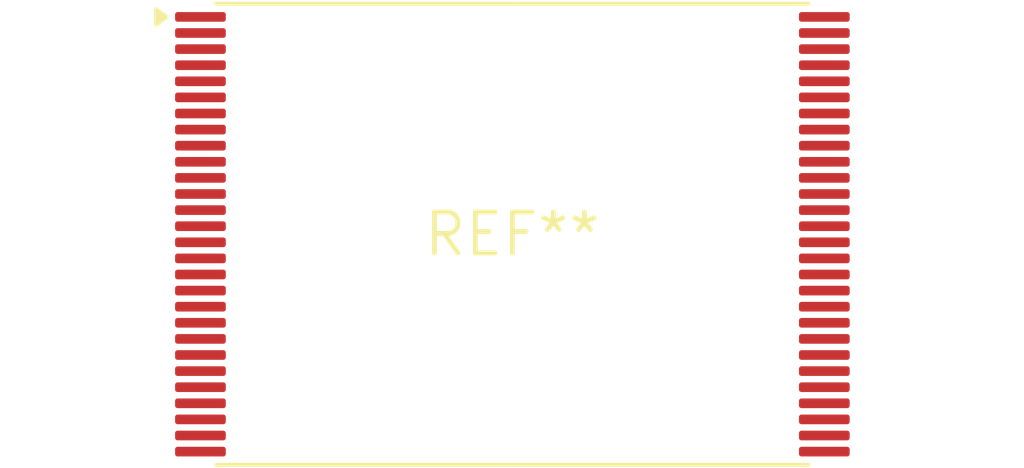
<source format=kicad_pcb>
(kicad_pcb (version 20240108) (generator pcbnew)
  (layers (0 "F.Cu" signal) (31 "B.Cu" signal) (34 "B.Paste" user) (35 "F.Paste" user) (36 "B.SilkS" user "B.Silkscreen") (37 "F.SilkS" user "F.Silkscreen") (38 "B.Mask" user) (39 "F.Mask" user) (44 "Edge.Cuts" user))
  (net 0 "")
  (footprint "TSOP-I-56_18.4x14mm_P0.5mm" (layer "F.Cu") (at 0 0)
    (property "Reference" "REF**")
    (property "Value" "TSOP-I-56_18.4x14mm_P0.5mm")
    (fp_line (start 0 -7.16) (end -9.2 -7.16) (layer "F.SilkS") (stroke (width 0.12)))
    (fp_line (start 0 -7.16) (end 9.2 -7.16) (layer "F.SilkS") (stroke (width 0.12)))
    (fp_line (start 0 7.16) (end -9.2 7.16) (layer "F.SilkS") (stroke (width 0.12)))
    (fp_line (start 0 7.16) (end 9.2 7.16) (layer "F.SilkS") (stroke (width 0.12)))
    (fp_poly (pts (xy -10.735 -6.75) (xy -11.065 -6.99) (xy -11.065 -6.51) (xy -10.735 -6.75)) (layer "F.SilkS") (stroke (width 0.12)) (fill solid))
    (pad "1" smd roundrect (at -9.6875 -6.75) (size 1.575 0.3) (layers "F.Cu" "F.Paste" "F.Mask"))
    (pad "2" smd roundrect (at -9.6875 -6.25) (size 1.575 0.3) (layers "F.Cu" "F.Paste" "F.Mask"))
    (pad "3" smd roundrect (at -9.6875 -5.75) (size 1.575 0.3) (layers "F.Cu" "F.Paste" "F.Mask"))
    (pad "4" smd roundrect (at -9.6875 -5.25) (size 1.575 0.3) (layers "F.Cu" "F.Paste" "F.Mask"))
    (pad "5" smd roundrect (at -9.6875 -4.75) (size 1.575 0.3) (layers "F.Cu" "F.Paste" "F.Mask"))
    (pad "6" smd roundrect (at -9.6875 -4.25) (size 1.575 0.3) (layers "F.Cu" "F.Paste" "F.Mask"))
    (pad "7" smd roundrect (at -9.6875 -3.75) (size 1.575 0.3) (layers "F.Cu" "F.Paste" "F.Mask"))
    (pad "8" smd roundrect (at -9.6875 -3.25) (size 1.575 0.3) (layers "F.Cu" "F.Paste" "F.Mask"))
    (pad "9" smd roundrect (at -9.6875 -2.75) (size 1.575 0.3) (layers "F.Cu" "F.Paste" "F.Mask"))
    (pad "10" smd roundrect (at -9.6875 -2.25) (size 1.575 0.3) (layers "F.Cu" "F.Paste" "F.Mask"))
    (pad "11" smd roundrect (at -9.6875 -1.75) (size 1.575 0.3) (layers "F.Cu" "F.Paste" "F.Mask"))
    (pad "12" smd roundrect (at -9.6875 -1.25) (size 1.575 0.3) (layers "F.Cu" "F.Paste" "F.Mask"))
    (pad "13" smd roundrect (at -9.6875 -0.75) (size 1.575 0.3) (layers "F.Cu" "F.Paste" "F.Mask"))
    (pad "14" smd roundrect (at -9.6875 -0.25) (size 1.575 0.3) (layers "F.Cu" "F.Paste" "F.Mask"))
    (pad "15" smd roundrect (at -9.6875 0.25) (size 1.575 0.3) (layers "F.Cu" "F.Paste" "F.Mask"))
    (pad "16" smd roundrect (at -9.6875 0.75) (size 1.575 0.3) (layers "F.Cu" "F.Paste" "F.Mask"))
    (pad "17" smd roundrect (at -9.6875 1.25) (size 1.575 0.3) (layers "F.Cu" "F.Paste" "F.Mask"))
    (pad "18" smd roundrect (at -9.6875 1.75) (size 1.575 0.3) (layers "F.Cu" "F.Paste" "F.Mask"))
    (pad "19" smd roundrect (at -9.6875 2.25) (size 1.575 0.3) (layers "F.Cu" "F.Paste" "F.Mask"))
    (pad "20" smd roundrect (at -9.6875 2.75) (size 1.575 0.3) (layers "F.Cu" "F.Paste" "F.Mask"))
    (pad "21" smd roundrect (at -9.6875 3.25) (size 1.575 0.3) (layers "F.Cu" "F.Paste" "F.Mask"))
    (pad "22" smd roundrect (at -9.6875 3.75) (size 1.575 0.3) (layers "F.Cu" "F.Paste" "F.Mask"))
    (pad "23" smd roundrect (at -9.6875 4.25) (size 1.575 0.3) (layers "F.Cu" "F.Paste" "F.Mask"))
    (pad "24" smd roundrect (at -9.6875 4.75) (size 1.575 0.3) (layers "F.Cu" "F.Paste" "F.Mask"))
    (pad "25" smd roundrect (at -9.6875 5.25) (size 1.575 0.3) (layers "F.Cu" "F.Paste" "F.Mask"))
    (pad "26" smd roundrect (at -9.6875 5.75) (size 1.575 0.3) (layers "F.Cu" "F.Paste" "F.Mask"))
    (pad "27" smd roundrect (at -9.6875 6.25) (size 1.575 0.3) (layers "F.Cu" "F.Paste" "F.Mask"))
    (pad "28" smd roundrect (at -9.6875 6.75) (size 1.575 0.3) (layers "F.Cu" "F.Paste" "F.Mask"))
    (pad "29" smd roundrect (at 9.6875 6.75) (size 1.575 0.3) (layers "F.Cu" "F.Paste" "F.Mask"))
    (pad "30" smd roundrect (at 9.6875 6.25) (size 1.575 0.3) (layers "F.Cu" "F.Paste" "F.Mask"))
    (pad "31" smd roundrect (at 9.6875 5.75) (size 1.575 0.3) (layers "F.Cu" "F.Paste" "F.Mask"))
    (pad "32" smd roundrect (at 9.6875 5.25) (size 1.575 0.3) (layers "F.Cu" "F.Paste" "F.Mask"))
    (pad "33" smd roundrect (at 9.6875 4.75) (size 1.575 0.3) (layers "F.Cu" "F.Paste" "F.Mask"))
    (pad "34" smd roundrect (at 9.6875 4.25) (size 1.575 0.3) (layers "F.Cu" "F.Paste" "F.Mask"))
    (pad "35" smd roundrect (at 9.6875 3.75) (size 1.575 0.3) (layers "F.Cu" "F.Paste" "F.Mask"))
    (pad "36" smd roundrect (at 9.6875 3.25) (size 1.575 0.3) (layers "F.Cu" "F.Paste" "F.Mask"))
    (pad "37" smd roundrect (at 9.6875 2.75) (size 1.575 0.3) (layers "F.Cu" "F.Paste" "F.Mask"))
    (pad "38" smd roundrect (at 9.6875 2.25) (size 1.575 0.3) (layers "F.Cu" "F.Paste" "F.Mask"))
    (pad "39" smd roundrect (at 9.6875 1.75) (size 1.575 0.3) (layers "F.Cu" "F.Paste" "F.Mask"))
    (pad "40" smd roundrect (at 9.6875 1.25) (size 1.575 0.3) (layers "F.Cu" "F.Paste" "F.Mask"))
    (pad "41" smd roundrect (at 9.6875 0.75) (size 1.575 0.3) (layers "F.Cu" "F.Paste" "F.Mask"))
    (pad "42" smd roundrect (at 9.6875 0.25) (size 1.575 0.3) (layers "F.Cu" "F.Paste" "F.Mask"))
    (pad "43" smd roundrect (at 9.6875 -0.25) (size 1.575 0.3) (layers "F.Cu" "F.Paste" "F.Mask"))
    (pad "44" smd roundrect (at 9.6875 -0.75) (size 1.575 0.3) (layers "F.Cu" "F.Paste" "F.Mask"))
    (pad "45" smd roundrect (at 9.6875 -1.25) (size 1.575 0.3) (layers "F.Cu" "F.Paste" "F.Mask"))
    (pad "46" smd roundrect (at 9.6875 -1.75) (size 1.575 0.3) (layers "F.Cu" "F.Paste" "F.Mask"))
    (pad "47" smd roundrect (at 9.6875 -2.25) (size 1.575 0.3) (layers "F.Cu" "F.Paste" "F.Mask"))
    (pad "48" smd roundrect (at 9.6875 -2.75) (size 1.575 0.3) (layers "F.Cu" "F.Paste" "F.Mask"))
    (pad "49" smd roundrect (at 9.6875 -3.25) (size 1.575 0.3) (layers "F.Cu" "F.Paste" "F.Mask"))
    (pad "50" smd roundrect (at 9.6875 -3.75) (size 1.575 0.3) (layers "F.Cu" "F.Paste" "F.Mask"))
    (pad "51" smd roundrect (at 9.6875 -4.25) (size 1.575 0.3) (layers "F.Cu" "F.Paste" "F.Mask"))
    (pad "52" smd roundrect (at 9.6875 -4.75) (size 1.575 0.3) (layers "F.Cu" "F.Paste" "F.Mask"))
    (pad "53" smd roundrect (at 9.6875 -5.25) (size 1.575 0.3) (layers "F.Cu" "F.Paste" "F.Mask"))
    (pad "54" smd roundrect (at 9.6875 -5.75) (size 1.575 0.3) (layers "F.Cu" "F.Paste" "F.Mask"))
    (pad "55" smd roundrect (at 9.6875 -6.25) (size 1.575 0.3) (layers "F.Cu" "F.Paste" "F.Mask"))
    (pad "56" smd roundrect (at 9.6875 -6.75) (size 1.575 0.3) (layers "F.Cu" "F.Paste" "F.Mask"))
  )
)
</source>
